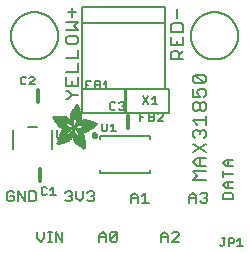
<source format=gbr>
G04 EAGLE Gerber RS-274X export*
G75*
%MOMM*%
%FSLAX34Y34*%
%LPD*%
%INSilkscreen Top*%
%IPPOS*%
%AMOC8*
5,1,8,0,0,1.08239X$1,22.5*%
G01*
%ADD10C,0.203200*%
%ADD11C,0.152400*%
%ADD12C,0.127000*%
%ADD13C,0.300000*%
%ADD14C,0.304800*%
%ADD15R,0.050800X0.006300*%
%ADD16R,0.082600X0.006400*%
%ADD17R,0.120600X0.006300*%
%ADD18R,0.139700X0.006400*%
%ADD19R,0.158800X0.006300*%
%ADD20R,0.177800X0.006400*%
%ADD21R,0.196800X0.006300*%
%ADD22R,0.215900X0.006400*%
%ADD23R,0.228600X0.006300*%
%ADD24R,0.241300X0.006400*%
%ADD25R,0.254000X0.006300*%
%ADD26R,0.266700X0.006400*%
%ADD27R,0.279400X0.006300*%
%ADD28R,0.285700X0.006400*%
%ADD29R,0.298400X0.006300*%
%ADD30R,0.311200X0.006400*%
%ADD31R,0.317500X0.006300*%
%ADD32R,0.330200X0.006400*%
%ADD33R,0.336600X0.006300*%
%ADD34R,0.349200X0.006400*%
%ADD35R,0.361900X0.006300*%
%ADD36R,0.368300X0.006400*%
%ADD37R,0.381000X0.006300*%
%ADD38R,0.387300X0.006400*%
%ADD39R,0.393700X0.006300*%
%ADD40R,0.406400X0.006400*%
%ADD41R,0.412700X0.006300*%
%ADD42R,0.419100X0.006400*%
%ADD43R,0.431800X0.006300*%
%ADD44R,0.438100X0.006400*%
%ADD45R,0.450800X0.006300*%
%ADD46R,0.457200X0.006400*%
%ADD47R,0.463500X0.006300*%
%ADD48R,0.476200X0.006400*%
%ADD49R,0.482600X0.006300*%
%ADD50R,0.488900X0.006400*%
%ADD51R,0.501600X0.006300*%
%ADD52R,0.508000X0.006400*%
%ADD53R,0.514300X0.006300*%
%ADD54R,0.527000X0.006400*%
%ADD55R,0.533400X0.006300*%
%ADD56R,0.546100X0.006400*%
%ADD57R,0.552400X0.006300*%
%ADD58R,0.558800X0.006400*%
%ADD59R,0.571500X0.006300*%
%ADD60R,0.577800X0.006400*%
%ADD61R,0.584200X0.006300*%
%ADD62R,0.596900X0.006400*%
%ADD63R,0.603200X0.006300*%
%ADD64R,0.609600X0.006400*%
%ADD65R,0.622300X0.006300*%
%ADD66R,0.628600X0.006400*%
%ADD67R,0.641300X0.006300*%
%ADD68R,0.647700X0.006400*%
%ADD69R,0.063500X0.006300*%
%ADD70R,0.654000X0.006300*%
%ADD71R,0.101600X0.006400*%
%ADD72R,0.666700X0.006400*%
%ADD73R,0.139700X0.006300*%
%ADD74R,0.673100X0.006300*%
%ADD75R,0.165100X0.006400*%
%ADD76R,0.679400X0.006400*%
%ADD77R,0.196900X0.006300*%
%ADD78R,0.692100X0.006300*%
%ADD79R,0.222200X0.006400*%
%ADD80R,0.698500X0.006400*%
%ADD81R,0.247700X0.006300*%
%ADD82R,0.704800X0.006300*%
%ADD83R,0.279400X0.006400*%
%ADD84R,0.717500X0.006400*%
%ADD85R,0.298500X0.006300*%
%ADD86R,0.723900X0.006300*%
%ADD87R,0.736600X0.006400*%
%ADD88R,0.342900X0.006300*%
%ADD89R,0.742900X0.006300*%
%ADD90R,0.374700X0.006400*%
%ADD91R,0.749300X0.006400*%
%ADD92R,0.762000X0.006300*%
%ADD93R,0.412700X0.006400*%
%ADD94R,0.768300X0.006400*%
%ADD95R,0.438100X0.006300*%
%ADD96R,0.774700X0.006300*%
%ADD97R,0.463600X0.006400*%
%ADD98R,0.787400X0.006400*%
%ADD99R,0.793700X0.006300*%
%ADD100R,0.495300X0.006400*%
%ADD101R,0.800100X0.006400*%
%ADD102R,0.520700X0.006300*%
%ADD103R,0.812800X0.006300*%
%ADD104R,0.533400X0.006400*%
%ADD105R,0.819100X0.006400*%
%ADD106R,0.558800X0.006300*%
%ADD107R,0.825500X0.006300*%
%ADD108R,0.577900X0.006400*%
%ADD109R,0.831800X0.006400*%
%ADD110R,0.596900X0.006300*%
%ADD111R,0.844500X0.006300*%
%ADD112R,0.616000X0.006400*%
%ADD113R,0.850900X0.006400*%
%ADD114R,0.635000X0.006300*%
%ADD115R,0.857200X0.006300*%
%ADD116R,0.654100X0.006400*%
%ADD117R,0.863600X0.006400*%
%ADD118R,0.666700X0.006300*%
%ADD119R,0.869900X0.006300*%
%ADD120R,0.685800X0.006400*%
%ADD121R,0.876300X0.006400*%
%ADD122R,0.882600X0.006300*%
%ADD123R,0.723900X0.006400*%
%ADD124R,0.889000X0.006400*%
%ADD125R,0.895300X0.006300*%
%ADD126R,0.755700X0.006400*%
%ADD127R,0.901700X0.006400*%
%ADD128R,0.908000X0.006300*%
%ADD129R,0.793800X0.006400*%
%ADD130R,0.914400X0.006400*%
%ADD131R,0.806400X0.006300*%
%ADD132R,0.920700X0.006300*%
%ADD133R,0.825500X0.006400*%
%ADD134R,0.927100X0.006400*%
%ADD135R,0.933400X0.006300*%
%ADD136R,0.857300X0.006400*%
%ADD137R,0.939800X0.006400*%
%ADD138R,0.870000X0.006300*%
%ADD139R,0.939800X0.006300*%
%ADD140R,0.946100X0.006400*%
%ADD141R,0.952500X0.006300*%
%ADD142R,0.908000X0.006400*%
%ADD143R,0.958800X0.006400*%
%ADD144R,0.965200X0.006300*%
%ADD145R,0.965200X0.006400*%
%ADD146R,0.971500X0.006300*%
%ADD147R,0.952500X0.006400*%
%ADD148R,0.977900X0.006400*%
%ADD149R,0.958800X0.006300*%
%ADD150R,0.984200X0.006300*%
%ADD151R,0.971500X0.006400*%
%ADD152R,0.984200X0.006400*%
%ADD153R,0.990600X0.006300*%
%ADD154R,0.984300X0.006400*%
%ADD155R,0.996900X0.006400*%
%ADD156R,0.997000X0.006300*%
%ADD157R,0.996900X0.006300*%
%ADD158R,1.003300X0.006400*%
%ADD159R,1.016000X0.006300*%
%ADD160R,1.009600X0.006300*%
%ADD161R,1.016000X0.006400*%
%ADD162R,1.009600X0.006400*%
%ADD163R,1.022300X0.006300*%
%ADD164R,1.028700X0.006400*%
%ADD165R,1.035100X0.006300*%
%ADD166R,1.047800X0.006400*%
%ADD167R,1.054100X0.006300*%
%ADD168R,1.028700X0.006300*%
%ADD169R,1.054100X0.006400*%
%ADD170R,1.035000X0.006400*%
%ADD171R,1.060400X0.006300*%
%ADD172R,1.035000X0.006300*%
%ADD173R,1.060500X0.006400*%
%ADD174R,1.041400X0.006400*%
%ADD175R,1.066800X0.006300*%
%ADD176R,1.041400X0.006300*%
%ADD177R,1.079500X0.006400*%
%ADD178R,1.047700X0.006400*%
%ADD179R,1.085900X0.006300*%
%ADD180R,1.047700X0.006300*%
%ADD181R,1.085800X0.006400*%
%ADD182R,1.092200X0.006300*%
%ADD183R,1.085900X0.006400*%
%ADD184R,1.098600X0.006300*%
%ADD185R,1.098600X0.006400*%
%ADD186R,1.060400X0.006400*%
%ADD187R,1.104900X0.006300*%
%ADD188R,1.104900X0.006400*%
%ADD189R,1.066800X0.006400*%
%ADD190R,1.111200X0.006300*%
%ADD191R,1.117600X0.006400*%
%ADD192R,1.117600X0.006300*%
%ADD193R,1.073100X0.006300*%
%ADD194R,1.073100X0.006400*%
%ADD195R,1.124000X0.006300*%
%ADD196R,1.079500X0.006300*%
%ADD197R,1.123900X0.006400*%
%ADD198R,1.130300X0.006300*%
%ADD199R,1.130300X0.006400*%
%ADD200R,1.136700X0.006400*%
%ADD201R,1.136700X0.006300*%
%ADD202R,1.085800X0.006300*%
%ADD203R,1.136600X0.006400*%
%ADD204R,1.136600X0.006300*%
%ADD205R,1.143000X0.006400*%
%ADD206R,1.143000X0.006300*%
%ADD207R,1.149400X0.006300*%
%ADD208R,1.149300X0.006300*%
%ADD209R,1.149300X0.006400*%
%ADD210R,1.149400X0.006400*%
%ADD211R,1.155700X0.006400*%
%ADD212R,1.155700X0.006300*%
%ADD213R,1.060500X0.006300*%
%ADD214R,2.197100X0.006400*%
%ADD215R,2.197100X0.006300*%
%ADD216R,2.184400X0.006300*%
%ADD217R,2.184400X0.006400*%
%ADD218R,2.171700X0.006400*%
%ADD219R,2.171700X0.006300*%
%ADD220R,1.530300X0.006400*%
%ADD221R,1.505000X0.006300*%
%ADD222R,1.492300X0.006400*%
%ADD223R,1.485900X0.006300*%
%ADD224R,0.565200X0.006300*%
%ADD225R,1.473200X0.006400*%
%ADD226R,0.565200X0.006400*%
%ADD227R,1.460500X0.006300*%
%ADD228R,1.454100X0.006400*%
%ADD229R,0.552400X0.006400*%
%ADD230R,1.441500X0.006300*%
%ADD231R,0.546100X0.006300*%
%ADD232R,1.435100X0.006400*%
%ADD233R,0.539800X0.006400*%
%ADD234R,1.428800X0.006300*%
%ADD235R,1.422400X0.006400*%
%ADD236R,1.409700X0.006300*%
%ADD237R,0.527100X0.006300*%
%ADD238R,1.403300X0.006400*%
%ADD239R,0.527100X0.006400*%
%ADD240R,1.390700X0.006300*%
%ADD241R,1.384300X0.006400*%
%ADD242R,0.520700X0.006400*%
%ADD243R,1.384300X0.006300*%
%ADD244R,0.514400X0.006300*%
%ADD245R,1.371600X0.006400*%
%ADD246R,1.365200X0.006300*%
%ADD247R,0.508000X0.006300*%
%ADD248R,1.352600X0.006400*%
%ADD249R,0.501700X0.006400*%
%ADD250R,0.711200X0.006300*%
%ADD251R,0.603300X0.006300*%
%ADD252R,0.501700X0.006300*%
%ADD253R,0.692100X0.006400*%
%ADD254R,0.571500X0.006400*%
%ADD255R,0.679400X0.006300*%
%ADD256R,0.495300X0.006300*%
%ADD257R,0.673100X0.006400*%
%ADD258R,0.666800X0.006300*%
%ADD259R,0.488900X0.006300*%
%ADD260R,0.660400X0.006400*%
%ADD261R,0.482600X0.006400*%
%ADD262R,0.476200X0.006300*%
%ADD263R,0.654000X0.006400*%
%ADD264R,0.469900X0.006400*%
%ADD265R,0.476300X0.006400*%
%ADD266R,0.647700X0.006300*%
%ADD267R,0.457200X0.006300*%
%ADD268R,0.469900X0.006300*%
%ADD269R,0.641300X0.006400*%
%ADD270R,0.444500X0.006400*%
%ADD271R,0.463600X0.006300*%
%ADD272R,0.635000X0.006400*%
%ADD273R,0.463500X0.006400*%
%ADD274R,0.393700X0.006400*%
%ADD275R,0.450800X0.006400*%
%ADD276R,0.628600X0.006300*%
%ADD277R,0.387400X0.006300*%
%ADD278R,0.450900X0.006300*%
%ADD279R,0.628700X0.006400*%
%ADD280R,0.374600X0.006400*%
%ADD281R,0.368300X0.006300*%
%ADD282R,0.438200X0.006300*%
%ADD283R,0.622300X0.006400*%
%ADD284R,0.355600X0.006400*%
%ADD285R,0.431800X0.006400*%
%ADD286R,0.349300X0.006300*%
%ADD287R,0.425400X0.006300*%
%ADD288R,0.615900X0.006300*%
%ADD289R,0.330200X0.006300*%
%ADD290R,0.419100X0.006300*%
%ADD291R,0.616000X0.006300*%
%ADD292R,0.311200X0.006300*%
%ADD293R,0.406400X0.006300*%
%ADD294R,0.615900X0.006400*%
%ADD295R,0.304800X0.006400*%
%ADD296R,0.158800X0.006400*%
%ADD297R,0.609600X0.006300*%
%ADD298R,0.292100X0.006300*%
%ADD299R,0.235000X0.006300*%
%ADD300R,0.387400X0.006400*%
%ADD301R,0.292100X0.006400*%
%ADD302R,0.336500X0.006300*%
%ADD303R,0.260400X0.006300*%
%ADD304R,0.603300X0.006400*%
%ADD305R,0.260400X0.006400*%
%ADD306R,0.362000X0.006400*%
%ADD307R,0.450900X0.006400*%
%ADD308R,0.355600X0.006300*%
%ADD309R,0.342900X0.006400*%
%ADD310R,0.514300X0.006400*%
%ADD311R,0.234900X0.006300*%
%ADD312R,0.539700X0.006300*%
%ADD313R,0.603200X0.006400*%
%ADD314R,0.234900X0.006400*%
%ADD315R,0.920700X0.006400*%
%ADD316R,0.958900X0.006400*%
%ADD317R,0.215900X0.006300*%
%ADD318R,0.209600X0.006400*%
%ADD319R,0.203200X0.006300*%
%ADD320R,1.003300X0.006300*%
%ADD321R,0.203200X0.006400*%
%ADD322R,0.196900X0.006400*%
%ADD323R,0.190500X0.006300*%
%ADD324R,0.190500X0.006400*%
%ADD325R,0.184200X0.006300*%
%ADD326R,0.590500X0.006400*%
%ADD327R,0.184200X0.006400*%
%ADD328R,0.590500X0.006300*%
%ADD329R,0.177800X0.006300*%
%ADD330R,0.584200X0.006400*%
%ADD331R,1.168400X0.006400*%
%ADD332R,0.171500X0.006300*%
%ADD333R,1.187500X0.006300*%
%ADD334R,1.200100X0.006400*%
%ADD335R,0.577800X0.006300*%
%ADD336R,1.212900X0.006300*%
%ADD337R,1.231900X0.006400*%
%ADD338R,1.250900X0.006300*%
%ADD339R,0.565100X0.006400*%
%ADD340R,0.184100X0.006400*%
%ADD341R,1.263700X0.006400*%
%ADD342R,0.565100X0.006300*%
%ADD343R,1.289100X0.006300*%
%ADD344R,1.314400X0.006400*%
%ADD345R,0.552500X0.006300*%
%ADD346R,1.568500X0.006300*%
%ADD347R,0.552500X0.006400*%
%ADD348R,1.581200X0.006400*%
%ADD349R,1.593800X0.006300*%
%ADD350R,1.606500X0.006400*%
%ADD351R,1.619300X0.006300*%
%ADD352R,0.514400X0.006400*%
%ADD353R,1.638300X0.006400*%
%ADD354R,1.657300X0.006300*%
%ADD355R,2.209800X0.006400*%
%ADD356R,2.425700X0.006300*%
%ADD357R,2.470100X0.006400*%
%ADD358R,2.501900X0.006300*%
%ADD359R,2.533700X0.006400*%
%ADD360R,2.559000X0.006300*%
%ADD361R,2.584500X0.006400*%
%ADD362R,2.609900X0.006300*%
%ADD363R,2.628900X0.006400*%
%ADD364R,2.660600X0.006300*%
%ADD365R,2.673400X0.006400*%
%ADD366R,1.422400X0.006300*%
%ADD367R,1.200200X0.006300*%
%ADD368R,1.365300X0.006300*%
%ADD369R,1.365300X0.006400*%
%ADD370R,1.352500X0.006300*%
%ADD371R,1.098500X0.006300*%
%ADD372R,1.358900X0.006400*%
%ADD373R,1.352600X0.006300*%
%ADD374R,1.358900X0.006300*%
%ADD375R,1.371600X0.006300*%
%ADD376R,1.377900X0.006400*%
%ADD377R,1.397000X0.006400*%
%ADD378R,1.403300X0.006300*%
%ADD379R,0.914400X0.006300*%
%ADD380R,0.876300X0.006300*%
%ADD381R,0.374600X0.006300*%
%ADD382R,1.073200X0.006400*%
%ADD383R,0.374700X0.006300*%
%ADD384R,0.844600X0.006400*%
%ADD385R,0.844600X0.006300*%
%ADD386R,0.831900X0.006400*%
%ADD387R,1.092200X0.006400*%
%ADD388R,0.400000X0.006300*%
%ADD389R,0.819200X0.006400*%
%ADD390R,1.111300X0.006400*%
%ADD391R,0.812800X0.006400*%
%ADD392R,0.800100X0.006300*%
%ADD393R,0.476300X0.006300*%
%ADD394R,1.181100X0.006300*%
%ADD395R,0.501600X0.006400*%
%ADD396R,1.193800X0.006400*%
%ADD397R,0.781000X0.006400*%
%ADD398R,1.238200X0.006400*%
%ADD399R,0.781100X0.006300*%
%ADD400R,1.257300X0.006300*%
%ADD401R,1.295400X0.006400*%
%ADD402R,1.333500X0.006300*%
%ADD403R,0.774700X0.006400*%
%ADD404R,1.866900X0.006400*%
%ADD405R,0.209600X0.006300*%
%ADD406R,1.866900X0.006300*%
%ADD407R,0.768400X0.006400*%
%ADD408R,0.209500X0.006400*%
%ADD409R,1.860600X0.006400*%
%ADD410R,0.762000X0.006400*%
%ADD411R,0.768400X0.006300*%
%ADD412R,1.860600X0.006300*%
%ADD413R,1.860500X0.006400*%
%ADD414R,0.222300X0.006300*%
%ADD415R,1.854200X0.006300*%
%ADD416R,0.235000X0.006400*%
%ADD417R,1.854200X0.006400*%
%ADD418R,0.768300X0.006300*%
%ADD419R,0.260300X0.006400*%
%ADD420R,1.847800X0.006400*%
%ADD421R,0.266700X0.006300*%
%ADD422R,1.847800X0.006300*%
%ADD423R,0.273100X0.006400*%
%ADD424R,1.841500X0.006400*%
%ADD425R,0.285800X0.006300*%
%ADD426R,1.841500X0.006300*%
%ADD427R,0.298500X0.006400*%
%ADD428R,1.835100X0.006400*%
%ADD429R,0.781000X0.006300*%
%ADD430R,0.304800X0.006300*%
%ADD431R,1.835100X0.006300*%
%ADD432R,0.317500X0.006400*%
%ADD433R,1.828800X0.006400*%
%ADD434R,0.787400X0.006300*%
%ADD435R,0.323800X0.006300*%
%ADD436R,1.828800X0.006300*%
%ADD437R,0.793700X0.006400*%
%ADD438R,1.822400X0.006400*%
%ADD439R,0.806500X0.006300*%
%ADD440R,1.822400X0.006300*%
%ADD441R,1.816100X0.006400*%
%ADD442R,0.819100X0.006300*%
%ADD443R,0.387300X0.006300*%
%ADD444R,1.816100X0.006300*%
%ADD445R,1.809800X0.006400*%
%ADD446R,1.803400X0.006300*%
%ADD447R,1.797000X0.006400*%
%ADD448R,0.901700X0.006300*%
%ADD449R,1.797000X0.006300*%
%ADD450R,1.441400X0.006400*%
%ADD451R,1.790700X0.006400*%
%ADD452R,1.447800X0.006300*%
%ADD453R,1.784300X0.006300*%
%ADD454R,1.447800X0.006400*%
%ADD455R,1.784300X0.006400*%
%ADD456R,1.454100X0.006300*%
%ADD457R,1.771700X0.006300*%
%ADD458R,1.460500X0.006400*%
%ADD459R,1.759000X0.006400*%
%ADD460R,1.466800X0.006300*%
%ADD461R,1.752600X0.006300*%
%ADD462R,1.466800X0.006400*%
%ADD463R,1.739900X0.006400*%
%ADD464R,1.473200X0.006300*%
%ADD465R,1.727200X0.006300*%
%ADD466R,1.479500X0.006400*%
%ADD467R,1.714500X0.006400*%
%ADD468R,1.695400X0.006300*%
%ADD469R,1.485900X0.006400*%
%ADD470R,1.682700X0.006400*%
%ADD471R,1.492200X0.006300*%
%ADD472R,1.663700X0.006300*%
%ADD473R,1.498600X0.006400*%
%ADD474R,1.644600X0.006400*%
%ADD475R,1.498600X0.006300*%
%ADD476R,1.619200X0.006300*%
%ADD477R,1.511300X0.006400*%
%ADD478R,1.600200X0.006400*%
%ADD479R,1.517700X0.006300*%
%ADD480R,1.574800X0.006300*%
%ADD481R,1.524000X0.006400*%
%ADD482R,1.555800X0.006400*%
%ADD483R,1.524000X0.006300*%
%ADD484R,1.536700X0.006300*%
%ADD485R,1.530400X0.006400*%
%ADD486R,1.517700X0.006400*%
%ADD487R,1.492300X0.006300*%
%ADD488R,1.549400X0.006400*%
%ADD489R,1.479600X0.006400*%
%ADD490R,1.549400X0.006300*%
%ADD491R,1.555700X0.006400*%
%ADD492R,1.562100X0.006300*%
%ADD493R,0.323900X0.006300*%
%ADD494R,1.568400X0.006400*%
%ADD495R,0.336600X0.006400*%
%ADD496R,1.587500X0.006300*%
%ADD497R,0.971600X0.006300*%
%ADD498R,0.349300X0.006400*%
%ADD499R,1.600200X0.006300*%
%ADD500R,0.920800X0.006300*%
%ADD501R,0.882700X0.006400*%
%ADD502R,1.612900X0.006300*%
%ADD503R,0.362000X0.006300*%
%ADD504R,1.625600X0.006400*%
%ADD505R,1.625600X0.006300*%
%ADD506R,1.644600X0.006300*%
%ADD507R,0.736600X0.006300*%
%ADD508R,0.717600X0.006400*%
%ADD509R,1.657400X0.006300*%
%ADD510R,0.679500X0.006300*%
%ADD511R,1.663700X0.006400*%
%ADD512R,0.400000X0.006400*%
%ADD513R,1.676400X0.006300*%
%ADD514R,1.676400X0.006400*%
%ADD515R,0.425500X0.006400*%
%ADD516R,1.352500X0.006400*%
%ADD517R,0.444500X0.006300*%
%ADD518R,0.361900X0.006400*%
%ADD519R,0.088900X0.006300*%
%ADD520R,1.009700X0.006300*%
%ADD521R,1.009700X0.006400*%
%ADD522R,1.022300X0.006400*%
%ADD523R,1.346200X0.006400*%
%ADD524R,1.346200X0.006300*%
%ADD525R,1.339900X0.006400*%
%ADD526R,1.035100X0.006400*%
%ADD527R,1.339800X0.006300*%
%ADD528R,1.333500X0.006400*%
%ADD529R,1.327200X0.006400*%
%ADD530R,1.320800X0.006300*%
%ADD531R,1.314500X0.006400*%
%ADD532R,1.314400X0.006300*%
%ADD533R,1.301700X0.006400*%
%ADD534R,1.295400X0.006300*%
%ADD535R,1.289000X0.006400*%
%ADD536R,1.276300X0.006300*%
%ADD537R,1.251000X0.006300*%
%ADD538R,1.244600X0.006400*%
%ADD539R,1.231900X0.006300*%
%ADD540R,1.212800X0.006400*%
%ADD541R,1.200100X0.006300*%
%ADD542R,1.187400X0.006400*%
%ADD543R,1.168400X0.006300*%
%ADD544R,1.047800X0.006300*%
%ADD545R,0.977900X0.006300*%
%ADD546R,0.946200X0.006400*%
%ADD547R,0.933400X0.006400*%
%ADD548R,0.895300X0.006400*%
%ADD549R,0.882700X0.006300*%
%ADD550R,0.863600X0.006300*%
%ADD551R,0.857200X0.006400*%
%ADD552R,0.850900X0.006300*%
%ADD553R,0.838200X0.006300*%
%ADD554R,0.806500X0.006400*%
%ADD555R,0.717600X0.006300*%
%ADD556R,0.711200X0.006400*%
%ADD557R,0.641400X0.006400*%
%ADD558R,0.641400X0.006300*%
%ADD559R,0.628700X0.006300*%
%ADD560R,0.590600X0.006300*%
%ADD561R,0.539700X0.006400*%
%ADD562R,0.285700X0.006300*%
%ADD563R,0.222200X0.006300*%
%ADD564R,0.171400X0.006300*%
%ADD565R,0.152400X0.006400*%
%ADD566R,0.133400X0.006300*%


D10*
X151384Y157968D02*
X140707Y157968D01*
X140707Y163307D01*
X142486Y165086D01*
X146045Y165086D01*
X147825Y163307D01*
X147825Y157968D01*
X147825Y161527D02*
X151384Y165086D01*
X140707Y169662D02*
X140707Y176780D01*
X140707Y169662D02*
X151384Y169662D01*
X151384Y176780D01*
X146045Y173221D02*
X146045Y169662D01*
X140707Y181356D02*
X151384Y181356D01*
X151384Y186695D01*
X149605Y188474D01*
X142486Y188474D01*
X140707Y186695D01*
X140707Y181356D01*
X146045Y193050D02*
X146045Y200168D01*
X53586Y123917D02*
X51807Y123917D01*
X53586Y123917D02*
X57145Y127476D01*
X53586Y131035D01*
X51807Y131035D01*
X57145Y127476D02*
X62484Y127476D01*
X51807Y135611D02*
X51807Y142729D01*
X51807Y135611D02*
X62484Y135611D01*
X62484Y142729D01*
X57145Y139170D02*
X57145Y135611D01*
X51807Y147305D02*
X62484Y147305D01*
X62484Y154423D01*
X62484Y158999D02*
X51807Y158999D01*
X62484Y158999D02*
X62484Y166117D01*
X51807Y172472D02*
X51807Y176031D01*
X51807Y172472D02*
X53586Y170693D01*
X60705Y170693D01*
X62484Y172472D01*
X62484Y176031D01*
X60705Y177811D01*
X53586Y177811D01*
X51807Y176031D01*
X51807Y182387D02*
X62484Y182387D01*
X58925Y185946D01*
X62484Y189505D01*
X51807Y189505D01*
X57145Y194081D02*
X57145Y201199D01*
X53586Y197640D02*
X60705Y197640D01*
D11*
X184905Y39202D02*
X193548Y39202D01*
X193548Y43523D01*
X192107Y44964D01*
X186345Y44964D01*
X184905Y43523D01*
X184905Y39202D01*
X187786Y48557D02*
X193548Y48557D01*
X187786Y48557D02*
X184905Y51438D01*
X187786Y54319D01*
X193548Y54319D01*
X189226Y54319D02*
X189226Y48557D01*
X193548Y60793D02*
X184905Y60793D01*
X184905Y57912D02*
X184905Y63674D01*
X187786Y67267D02*
X193548Y67267D01*
X187786Y67267D02*
X184905Y70148D01*
X187786Y73029D01*
X193548Y73029D01*
X189226Y73029D02*
X189226Y67267D01*
X156507Y42084D02*
X156507Y36322D01*
X156507Y42084D02*
X159388Y44965D01*
X162269Y42084D01*
X162269Y36322D01*
X162269Y40644D02*
X156507Y40644D01*
X165862Y43525D02*
X167303Y44965D01*
X170184Y44965D01*
X171624Y43525D01*
X171624Y42084D01*
X170184Y40644D01*
X168743Y40644D01*
X170184Y40644D02*
X171624Y39203D01*
X171624Y37763D01*
X170184Y36322D01*
X167303Y36322D01*
X165862Y37763D01*
X132377Y9064D02*
X132377Y3302D01*
X132377Y9064D02*
X135258Y11945D01*
X138139Y9064D01*
X138139Y3302D01*
X138139Y7624D02*
X132377Y7624D01*
X141732Y3302D02*
X147494Y3302D01*
X141732Y3302D02*
X147494Y9064D01*
X147494Y10505D01*
X146054Y11945D01*
X143173Y11945D01*
X141732Y10505D01*
X106977Y36322D02*
X106977Y42084D01*
X109858Y44965D01*
X112739Y42084D01*
X112739Y36322D01*
X112739Y40644D02*
X106977Y40644D01*
X116332Y42084D02*
X119213Y44965D01*
X119213Y36322D01*
X116332Y36322D02*
X122094Y36322D01*
X80307Y9064D02*
X80307Y3302D01*
X80307Y9064D02*
X83188Y11945D01*
X86069Y9064D01*
X86069Y3302D01*
X86069Y7624D02*
X80307Y7624D01*
X89662Y4743D02*
X89662Y10505D01*
X91103Y11945D01*
X93984Y11945D01*
X95424Y10505D01*
X95424Y4743D01*
X93984Y3302D01*
X91103Y3302D01*
X89662Y4743D01*
X95424Y10505D01*
X52940Y46235D02*
X51499Y44795D01*
X52940Y46235D02*
X55821Y46235D01*
X57261Y44795D01*
X57261Y43354D01*
X55821Y41914D01*
X54380Y41914D01*
X55821Y41914D02*
X57261Y40473D01*
X57261Y39033D01*
X55821Y37592D01*
X52940Y37592D01*
X51499Y39033D01*
X60854Y40473D02*
X60854Y46235D01*
X60854Y40473D02*
X63736Y37592D01*
X66617Y40473D01*
X66617Y46235D01*
X70210Y44795D02*
X71650Y46235D01*
X74531Y46235D01*
X75972Y44795D01*
X75972Y43354D01*
X74531Y41914D01*
X73091Y41914D01*
X74531Y41914D02*
X75972Y40473D01*
X75972Y39033D01*
X74531Y37592D01*
X71650Y37592D01*
X70210Y39033D01*
X27658Y11945D02*
X27658Y6183D01*
X30540Y3302D01*
X33421Y6183D01*
X33421Y11945D01*
X37014Y3302D02*
X39895Y3302D01*
X38454Y3302D02*
X38454Y11945D01*
X37014Y11945D02*
X39895Y11945D01*
X43250Y11945D02*
X43250Y3302D01*
X49013Y3302D02*
X43250Y11945D01*
X49013Y11945D02*
X49013Y3302D01*
X7731Y44795D02*
X6291Y46235D01*
X3410Y46235D01*
X1969Y44795D01*
X1969Y39033D01*
X3410Y37592D01*
X6291Y37592D01*
X7731Y39033D01*
X7731Y41914D01*
X4850Y41914D01*
X11324Y46235D02*
X11324Y37592D01*
X17087Y37592D02*
X11324Y46235D01*
X17087Y46235D02*
X17087Y37592D01*
X20680Y37592D02*
X20680Y46235D01*
X20680Y37592D02*
X25001Y37592D01*
X26442Y39033D01*
X26442Y44795D01*
X25001Y46235D01*
X20680Y46235D01*
D10*
X159757Y55840D02*
X170434Y55840D01*
X163316Y59399D02*
X159757Y55840D01*
X163316Y59399D02*
X159757Y62958D01*
X170434Y62958D01*
X170434Y67534D02*
X163316Y67534D01*
X159757Y71093D01*
X163316Y74652D01*
X170434Y74652D01*
X165095Y74652D02*
X165095Y67534D01*
X159757Y79228D02*
X170434Y86346D01*
X170434Y79228D02*
X159757Y86346D01*
X161536Y90922D02*
X159757Y92701D01*
X159757Y96261D01*
X161536Y98040D01*
X163316Y98040D01*
X165095Y96261D01*
X165095Y94481D01*
X165095Y96261D02*
X166875Y98040D01*
X168655Y98040D01*
X170434Y96261D01*
X170434Y92701D01*
X168655Y90922D01*
X163316Y102616D02*
X159757Y106175D01*
X170434Y106175D01*
X170434Y102616D02*
X170434Y109734D01*
X161536Y114310D02*
X159757Y116089D01*
X159757Y119648D01*
X161536Y121428D01*
X163316Y121428D01*
X165095Y119648D01*
X166875Y121428D01*
X168655Y121428D01*
X170434Y119648D01*
X170434Y116089D01*
X168655Y114310D01*
X166875Y114310D01*
X165095Y116089D01*
X163316Y114310D01*
X161536Y114310D01*
X165095Y116089D02*
X165095Y119648D01*
X159757Y126004D02*
X159757Y133122D01*
X159757Y126004D02*
X165095Y126004D01*
X163316Y129563D01*
X163316Y131342D01*
X165095Y133122D01*
X168655Y133122D01*
X170434Y131342D01*
X170434Y127783D01*
X168655Y126004D01*
X168655Y137698D02*
X161536Y137698D01*
X159757Y139477D01*
X159757Y143036D01*
X161536Y144816D01*
X168655Y144816D01*
X170434Y143036D01*
X170434Y139477D01*
X168655Y137698D01*
X161536Y144816D01*
D12*
X123060Y93300D02*
X123060Y90300D01*
X123060Y93300D02*
X81060Y93300D01*
X81060Y90300D01*
X81060Y64300D02*
X81060Y61300D01*
X123060Y61300D01*
X123060Y64300D01*
D13*
X75560Y93300D02*
X75562Y93363D01*
X75568Y93425D01*
X75578Y93487D01*
X75591Y93549D01*
X75609Y93609D01*
X75630Y93668D01*
X75655Y93726D01*
X75684Y93782D01*
X75716Y93836D01*
X75751Y93888D01*
X75789Y93937D01*
X75831Y93985D01*
X75875Y94029D01*
X75923Y94071D01*
X75972Y94109D01*
X76024Y94144D01*
X76078Y94176D01*
X76134Y94205D01*
X76192Y94230D01*
X76251Y94251D01*
X76311Y94269D01*
X76373Y94282D01*
X76435Y94292D01*
X76497Y94298D01*
X76560Y94300D01*
X76623Y94298D01*
X76685Y94292D01*
X76747Y94282D01*
X76809Y94269D01*
X76869Y94251D01*
X76928Y94230D01*
X76986Y94205D01*
X77042Y94176D01*
X77096Y94144D01*
X77148Y94109D01*
X77197Y94071D01*
X77245Y94029D01*
X77289Y93985D01*
X77331Y93937D01*
X77369Y93888D01*
X77404Y93836D01*
X77436Y93782D01*
X77465Y93726D01*
X77490Y93668D01*
X77511Y93609D01*
X77529Y93549D01*
X77542Y93487D01*
X77552Y93425D01*
X77558Y93363D01*
X77560Y93300D01*
X77558Y93237D01*
X77552Y93175D01*
X77542Y93113D01*
X77529Y93051D01*
X77511Y92991D01*
X77490Y92932D01*
X77465Y92874D01*
X77436Y92818D01*
X77404Y92764D01*
X77369Y92712D01*
X77331Y92663D01*
X77289Y92615D01*
X77245Y92571D01*
X77197Y92529D01*
X77148Y92491D01*
X77096Y92456D01*
X77042Y92424D01*
X76986Y92395D01*
X76928Y92370D01*
X76869Y92349D01*
X76809Y92331D01*
X76747Y92318D01*
X76685Y92308D01*
X76623Y92302D01*
X76560Y92300D01*
X76497Y92302D01*
X76435Y92308D01*
X76373Y92318D01*
X76311Y92331D01*
X76251Y92349D01*
X76192Y92370D01*
X76134Y92395D01*
X76078Y92424D01*
X76024Y92456D01*
X75972Y92491D01*
X75923Y92529D01*
X75875Y92571D01*
X75831Y92615D01*
X75789Y92663D01*
X75751Y92712D01*
X75716Y92764D01*
X75684Y92818D01*
X75655Y92874D01*
X75630Y92932D01*
X75609Y92991D01*
X75591Y93051D01*
X75578Y93113D01*
X75568Y93175D01*
X75562Y93237D01*
X75560Y93300D01*
D11*
X82392Y97864D02*
X82392Y103372D01*
X82392Y97864D02*
X83494Y96762D01*
X85697Y96762D01*
X86798Y97864D01*
X86798Y103372D01*
X89876Y101168D02*
X92079Y103372D01*
X92079Y96762D01*
X89876Y96762D02*
X94283Y96762D01*
D10*
X135600Y132370D02*
X135600Y188370D01*
X135600Y202370D01*
X65600Y202370D01*
X65600Y188370D01*
X65600Y132370D01*
X135600Y132370D01*
X135600Y188370D02*
X65600Y188370D01*
D11*
X117394Y126714D02*
X121800Y120104D01*
X117394Y120104D02*
X121800Y126714D01*
X124878Y124510D02*
X127081Y126714D01*
X127081Y120104D01*
X124878Y120104D02*
X129284Y120104D01*
D10*
X7160Y98340D02*
X7160Y82340D01*
X40160Y82340D02*
X40160Y98340D01*
X27660Y100840D02*
X19660Y100840D01*
D11*
X44202Y97712D02*
X44202Y92204D01*
X45304Y91102D01*
X47507Y91102D01*
X48608Y92204D01*
X48608Y97712D01*
X51686Y91102D02*
X56093Y91102D01*
X56093Y95508D02*
X51686Y91102D01*
X56093Y95508D02*
X56093Y96610D01*
X54991Y97712D01*
X52788Y97712D01*
X51686Y96610D01*
D14*
X29680Y65080D02*
X29680Y54920D01*
D11*
X34654Y49719D02*
X35755Y48617D01*
X34654Y49719D02*
X32450Y49719D01*
X31349Y48617D01*
X31349Y44211D01*
X32450Y43109D01*
X34654Y43109D01*
X35755Y44211D01*
X38833Y47515D02*
X41036Y49719D01*
X41036Y43109D01*
X38833Y43109D02*
X43239Y43109D01*
D14*
X28740Y121300D02*
X28740Y131460D01*
D11*
X18033Y142175D02*
X16932Y143277D01*
X14729Y143277D01*
X13627Y142175D01*
X13627Y137769D01*
X14729Y136667D01*
X16932Y136667D01*
X18033Y137769D01*
X21111Y136667D02*
X25518Y136667D01*
X25518Y141073D02*
X21111Y136667D01*
X25518Y141073D02*
X25518Y142175D01*
X24416Y143277D01*
X22213Y143277D01*
X21111Y142175D01*
D10*
X157800Y177800D02*
X157806Y178291D01*
X157824Y178781D01*
X157854Y179271D01*
X157896Y179760D01*
X157950Y180248D01*
X158016Y180735D01*
X158094Y181219D01*
X158184Y181702D01*
X158286Y182182D01*
X158399Y182660D01*
X158524Y183134D01*
X158661Y183606D01*
X158809Y184074D01*
X158969Y184538D01*
X159140Y184998D01*
X159322Y185454D01*
X159516Y185905D01*
X159720Y186351D01*
X159936Y186792D01*
X160162Y187228D01*
X160398Y187658D01*
X160645Y188082D01*
X160903Y188500D01*
X161171Y188911D01*
X161448Y189316D01*
X161736Y189714D01*
X162033Y190105D01*
X162340Y190488D01*
X162656Y190863D01*
X162981Y191231D01*
X163315Y191591D01*
X163658Y191942D01*
X164009Y192285D01*
X164369Y192619D01*
X164737Y192944D01*
X165112Y193260D01*
X165495Y193567D01*
X165886Y193864D01*
X166284Y194152D01*
X166689Y194429D01*
X167100Y194697D01*
X167518Y194955D01*
X167942Y195202D01*
X168372Y195438D01*
X168808Y195664D01*
X169249Y195880D01*
X169695Y196084D01*
X170146Y196278D01*
X170602Y196460D01*
X171062Y196631D01*
X171526Y196791D01*
X171994Y196939D01*
X172466Y197076D01*
X172940Y197201D01*
X173418Y197314D01*
X173898Y197416D01*
X174381Y197506D01*
X174865Y197584D01*
X175352Y197650D01*
X175840Y197704D01*
X176329Y197746D01*
X176819Y197776D01*
X177309Y197794D01*
X177800Y197800D01*
X178291Y197794D01*
X178781Y197776D01*
X179271Y197746D01*
X179760Y197704D01*
X180248Y197650D01*
X180735Y197584D01*
X181219Y197506D01*
X181702Y197416D01*
X182182Y197314D01*
X182660Y197201D01*
X183134Y197076D01*
X183606Y196939D01*
X184074Y196791D01*
X184538Y196631D01*
X184998Y196460D01*
X185454Y196278D01*
X185905Y196084D01*
X186351Y195880D01*
X186792Y195664D01*
X187228Y195438D01*
X187658Y195202D01*
X188082Y194955D01*
X188500Y194697D01*
X188911Y194429D01*
X189316Y194152D01*
X189714Y193864D01*
X190105Y193567D01*
X190488Y193260D01*
X190863Y192944D01*
X191231Y192619D01*
X191591Y192285D01*
X191942Y191942D01*
X192285Y191591D01*
X192619Y191231D01*
X192944Y190863D01*
X193260Y190488D01*
X193567Y190105D01*
X193864Y189714D01*
X194152Y189316D01*
X194429Y188911D01*
X194697Y188500D01*
X194955Y188082D01*
X195202Y187658D01*
X195438Y187228D01*
X195664Y186792D01*
X195880Y186351D01*
X196084Y185905D01*
X196278Y185454D01*
X196460Y184998D01*
X196631Y184538D01*
X196791Y184074D01*
X196939Y183606D01*
X197076Y183134D01*
X197201Y182660D01*
X197314Y182182D01*
X197416Y181702D01*
X197506Y181219D01*
X197584Y180735D01*
X197650Y180248D01*
X197704Y179760D01*
X197746Y179271D01*
X197776Y178781D01*
X197794Y178291D01*
X197800Y177800D01*
X197794Y177309D01*
X197776Y176819D01*
X197746Y176329D01*
X197704Y175840D01*
X197650Y175352D01*
X197584Y174865D01*
X197506Y174381D01*
X197416Y173898D01*
X197314Y173418D01*
X197201Y172940D01*
X197076Y172466D01*
X196939Y171994D01*
X196791Y171526D01*
X196631Y171062D01*
X196460Y170602D01*
X196278Y170146D01*
X196084Y169695D01*
X195880Y169249D01*
X195664Y168808D01*
X195438Y168372D01*
X195202Y167942D01*
X194955Y167518D01*
X194697Y167100D01*
X194429Y166689D01*
X194152Y166284D01*
X193864Y165886D01*
X193567Y165495D01*
X193260Y165112D01*
X192944Y164737D01*
X192619Y164369D01*
X192285Y164009D01*
X191942Y163658D01*
X191591Y163315D01*
X191231Y162981D01*
X190863Y162656D01*
X190488Y162340D01*
X190105Y162033D01*
X189714Y161736D01*
X189316Y161448D01*
X188911Y161171D01*
X188500Y160903D01*
X188082Y160645D01*
X187658Y160398D01*
X187228Y160162D01*
X186792Y159936D01*
X186351Y159720D01*
X185905Y159516D01*
X185454Y159322D01*
X184998Y159140D01*
X184538Y158969D01*
X184074Y158809D01*
X183606Y158661D01*
X183134Y158524D01*
X182660Y158399D01*
X182182Y158286D01*
X181702Y158184D01*
X181219Y158094D01*
X180735Y158016D01*
X180248Y157950D01*
X179760Y157896D01*
X179271Y157854D01*
X178781Y157824D01*
X178291Y157806D01*
X177800Y157800D01*
X177309Y157806D01*
X176819Y157824D01*
X176329Y157854D01*
X175840Y157896D01*
X175352Y157950D01*
X174865Y158016D01*
X174381Y158094D01*
X173898Y158184D01*
X173418Y158286D01*
X172940Y158399D01*
X172466Y158524D01*
X171994Y158661D01*
X171526Y158809D01*
X171062Y158969D01*
X170602Y159140D01*
X170146Y159322D01*
X169695Y159516D01*
X169249Y159720D01*
X168808Y159936D01*
X168372Y160162D01*
X167942Y160398D01*
X167518Y160645D01*
X167100Y160903D01*
X166689Y161171D01*
X166284Y161448D01*
X165886Y161736D01*
X165495Y162033D01*
X165112Y162340D01*
X164737Y162656D01*
X164369Y162981D01*
X164009Y163315D01*
X163658Y163658D01*
X163315Y164009D01*
X162981Y164369D01*
X162656Y164737D01*
X162340Y165112D01*
X162033Y165495D01*
X161736Y165886D01*
X161448Y166284D01*
X161171Y166689D01*
X160903Y167100D01*
X160645Y167518D01*
X160398Y167942D01*
X160162Y168372D01*
X159936Y168808D01*
X159720Y169249D01*
X159516Y169695D01*
X159322Y170146D01*
X159140Y170602D01*
X158969Y171062D01*
X158809Y171526D01*
X158661Y171994D01*
X158524Y172466D01*
X158399Y172940D01*
X158286Y173418D01*
X158184Y173898D01*
X158094Y174381D01*
X158016Y174865D01*
X157950Y175352D01*
X157896Y175840D01*
X157854Y176329D01*
X157824Y176819D01*
X157806Y177309D01*
X157800Y177800D01*
X5400Y177800D02*
X5406Y178291D01*
X5424Y178781D01*
X5454Y179271D01*
X5496Y179760D01*
X5550Y180248D01*
X5616Y180735D01*
X5694Y181219D01*
X5784Y181702D01*
X5886Y182182D01*
X5999Y182660D01*
X6124Y183134D01*
X6261Y183606D01*
X6409Y184074D01*
X6569Y184538D01*
X6740Y184998D01*
X6922Y185454D01*
X7116Y185905D01*
X7320Y186351D01*
X7536Y186792D01*
X7762Y187228D01*
X7998Y187658D01*
X8245Y188082D01*
X8503Y188500D01*
X8771Y188911D01*
X9048Y189316D01*
X9336Y189714D01*
X9633Y190105D01*
X9940Y190488D01*
X10256Y190863D01*
X10581Y191231D01*
X10915Y191591D01*
X11258Y191942D01*
X11609Y192285D01*
X11969Y192619D01*
X12337Y192944D01*
X12712Y193260D01*
X13095Y193567D01*
X13486Y193864D01*
X13884Y194152D01*
X14289Y194429D01*
X14700Y194697D01*
X15118Y194955D01*
X15542Y195202D01*
X15972Y195438D01*
X16408Y195664D01*
X16849Y195880D01*
X17295Y196084D01*
X17746Y196278D01*
X18202Y196460D01*
X18662Y196631D01*
X19126Y196791D01*
X19594Y196939D01*
X20066Y197076D01*
X20540Y197201D01*
X21018Y197314D01*
X21498Y197416D01*
X21981Y197506D01*
X22465Y197584D01*
X22952Y197650D01*
X23440Y197704D01*
X23929Y197746D01*
X24419Y197776D01*
X24909Y197794D01*
X25400Y197800D01*
X25891Y197794D01*
X26381Y197776D01*
X26871Y197746D01*
X27360Y197704D01*
X27848Y197650D01*
X28335Y197584D01*
X28819Y197506D01*
X29302Y197416D01*
X29782Y197314D01*
X30260Y197201D01*
X30734Y197076D01*
X31206Y196939D01*
X31674Y196791D01*
X32138Y196631D01*
X32598Y196460D01*
X33054Y196278D01*
X33505Y196084D01*
X33951Y195880D01*
X34392Y195664D01*
X34828Y195438D01*
X35258Y195202D01*
X35682Y194955D01*
X36100Y194697D01*
X36511Y194429D01*
X36916Y194152D01*
X37314Y193864D01*
X37705Y193567D01*
X38088Y193260D01*
X38463Y192944D01*
X38831Y192619D01*
X39191Y192285D01*
X39542Y191942D01*
X39885Y191591D01*
X40219Y191231D01*
X40544Y190863D01*
X40860Y190488D01*
X41167Y190105D01*
X41464Y189714D01*
X41752Y189316D01*
X42029Y188911D01*
X42297Y188500D01*
X42555Y188082D01*
X42802Y187658D01*
X43038Y187228D01*
X43264Y186792D01*
X43480Y186351D01*
X43684Y185905D01*
X43878Y185454D01*
X44060Y184998D01*
X44231Y184538D01*
X44391Y184074D01*
X44539Y183606D01*
X44676Y183134D01*
X44801Y182660D01*
X44914Y182182D01*
X45016Y181702D01*
X45106Y181219D01*
X45184Y180735D01*
X45250Y180248D01*
X45304Y179760D01*
X45346Y179271D01*
X45376Y178781D01*
X45394Y178291D01*
X45400Y177800D01*
X45394Y177309D01*
X45376Y176819D01*
X45346Y176329D01*
X45304Y175840D01*
X45250Y175352D01*
X45184Y174865D01*
X45106Y174381D01*
X45016Y173898D01*
X44914Y173418D01*
X44801Y172940D01*
X44676Y172466D01*
X44539Y171994D01*
X44391Y171526D01*
X44231Y171062D01*
X44060Y170602D01*
X43878Y170146D01*
X43684Y169695D01*
X43480Y169249D01*
X43264Y168808D01*
X43038Y168372D01*
X42802Y167942D01*
X42555Y167518D01*
X42297Y167100D01*
X42029Y166689D01*
X41752Y166284D01*
X41464Y165886D01*
X41167Y165495D01*
X40860Y165112D01*
X40544Y164737D01*
X40219Y164369D01*
X39885Y164009D01*
X39542Y163658D01*
X39191Y163315D01*
X38831Y162981D01*
X38463Y162656D01*
X38088Y162340D01*
X37705Y162033D01*
X37314Y161736D01*
X36916Y161448D01*
X36511Y161171D01*
X36100Y160903D01*
X35682Y160645D01*
X35258Y160398D01*
X34828Y160162D01*
X34392Y159936D01*
X33951Y159720D01*
X33505Y159516D01*
X33054Y159322D01*
X32598Y159140D01*
X32138Y158969D01*
X31674Y158809D01*
X31206Y158661D01*
X30734Y158524D01*
X30260Y158399D01*
X29782Y158286D01*
X29302Y158184D01*
X28819Y158094D01*
X28335Y158016D01*
X27848Y157950D01*
X27360Y157896D01*
X26871Y157854D01*
X26381Y157824D01*
X25891Y157806D01*
X25400Y157800D01*
X24909Y157806D01*
X24419Y157824D01*
X23929Y157854D01*
X23440Y157896D01*
X22952Y157950D01*
X22465Y158016D01*
X21981Y158094D01*
X21498Y158184D01*
X21018Y158286D01*
X20540Y158399D01*
X20066Y158524D01*
X19594Y158661D01*
X19126Y158809D01*
X18662Y158969D01*
X18202Y159140D01*
X17746Y159322D01*
X17295Y159516D01*
X16849Y159720D01*
X16408Y159936D01*
X15972Y160162D01*
X15542Y160398D01*
X15118Y160645D01*
X14700Y160903D01*
X14289Y161171D01*
X13884Y161448D01*
X13486Y161736D01*
X13095Y162033D01*
X12712Y162340D01*
X12337Y162656D01*
X11969Y162981D01*
X11609Y163315D01*
X11258Y163658D01*
X10915Y164009D01*
X10581Y164369D01*
X10256Y164737D01*
X9940Y165112D01*
X9633Y165495D01*
X9336Y165886D01*
X9048Y166284D01*
X8771Y166689D01*
X8503Y167100D01*
X8245Y167518D01*
X7998Y167942D01*
X7762Y168372D01*
X7536Y168808D01*
X7320Y169249D01*
X7116Y169695D01*
X6922Y170146D01*
X6740Y170602D01*
X6569Y171062D01*
X6409Y171526D01*
X6261Y171994D01*
X6124Y172466D01*
X5999Y172940D01*
X5886Y173418D01*
X5784Y173898D01*
X5694Y174381D01*
X5616Y174865D01*
X5550Y175352D01*
X5496Y175840D01*
X5454Y176329D01*
X5424Y176819D01*
X5406Y177309D01*
X5400Y177800D01*
X102500Y132570D02*
X102500Y112570D01*
X65500Y112570D01*
X65500Y132570D01*
X102500Y132570D01*
D11*
X68887Y132857D02*
X68887Y139467D01*
X73293Y139467D01*
X71090Y136162D02*
X68887Y136162D01*
X76371Y132857D02*
X76371Y139467D01*
X79676Y139467D01*
X80778Y138365D01*
X80778Y137263D01*
X79676Y136162D01*
X80778Y135060D01*
X80778Y133959D01*
X79676Y132857D01*
X76371Y132857D01*
X76371Y136162D02*
X79676Y136162D01*
X83855Y137263D02*
X86059Y139467D01*
X86059Y132857D01*
X88262Y132857D02*
X83855Y132857D01*
D10*
X102320Y132570D02*
X102320Y112570D01*
X102320Y132570D02*
X139320Y132570D01*
X139320Y112570D01*
X102320Y112570D01*
D11*
X115005Y112289D02*
X115005Y105679D01*
X115005Y112289D02*
X119411Y112289D01*
X117208Y108984D02*
X115005Y108984D01*
X122489Y105679D02*
X122489Y112289D01*
X125794Y112289D01*
X126895Y111187D01*
X126895Y110085D01*
X125794Y108984D01*
X126895Y107882D01*
X126895Y106781D01*
X125794Y105679D01*
X122489Y105679D01*
X122489Y108984D02*
X125794Y108984D01*
X129973Y105679D02*
X134379Y105679D01*
X129973Y105679D02*
X134379Y110085D01*
X134379Y111187D01*
X133278Y112289D01*
X131074Y112289D01*
X129973Y111187D01*
D14*
X104600Y109840D02*
X104600Y99680D01*
D11*
X93893Y120555D02*
X92792Y121657D01*
X90589Y121657D01*
X89487Y120555D01*
X89487Y116149D01*
X90589Y115047D01*
X92792Y115047D01*
X93893Y116149D01*
X96971Y120555D02*
X98073Y121657D01*
X100276Y121657D01*
X101378Y120555D01*
X101378Y119453D01*
X100276Y118352D01*
X99174Y118352D01*
X100276Y118352D02*
X101378Y117250D01*
X101378Y116149D01*
X100276Y115047D01*
X98073Y115047D01*
X96971Y116149D01*
X182272Y848D02*
X183373Y-254D01*
X184475Y-254D01*
X185576Y848D01*
X185576Y6356D01*
X184475Y6356D02*
X186678Y6356D01*
X189756Y6356D02*
X189756Y-254D01*
X189756Y6356D02*
X193061Y6356D01*
X194162Y5254D01*
X194162Y3051D01*
X193061Y1949D01*
X189756Y1949D01*
X197240Y4152D02*
X199443Y6356D01*
X199443Y-254D01*
X197240Y-254D02*
X201646Y-254D01*
D15*
X67278Y81471D03*
D16*
X67310Y81534D03*
D17*
X67310Y81598D03*
D18*
X67279Y81661D03*
D19*
X67310Y81725D03*
D20*
X67278Y81788D03*
D21*
X67310Y81852D03*
D22*
X67279Y81915D03*
D23*
X67278Y81979D03*
D24*
X67215Y82042D03*
D25*
X67215Y82106D03*
D26*
X67152Y82169D03*
D27*
X67151Y82233D03*
D28*
X67120Y82296D03*
D29*
X67056Y82360D03*
D30*
X67056Y82423D03*
D31*
X67025Y82487D03*
D32*
X66961Y82550D03*
D33*
X66929Y82614D03*
D34*
X66929Y82677D03*
D35*
X66866Y82741D03*
D36*
X66834Y82804D03*
D37*
X66770Y82868D03*
D38*
X66739Y82931D03*
D39*
X66707Y82995D03*
D40*
X66643Y83058D03*
D41*
X66612Y83122D03*
D42*
X66580Y83185D03*
D43*
X66516Y83249D03*
D44*
X66485Y83312D03*
D45*
X66421Y83376D03*
D46*
X66389Y83439D03*
D47*
X66358Y83503D03*
D48*
X66294Y83566D03*
D49*
X66262Y83630D03*
D50*
X66231Y83693D03*
D51*
X66167Y83757D03*
D52*
X66135Y83820D03*
D53*
X66104Y83884D03*
D54*
X66040Y83947D03*
D55*
X66008Y84011D03*
D56*
X65945Y84074D03*
D57*
X65913Y84138D03*
D58*
X65881Y84201D03*
D59*
X65818Y84265D03*
D60*
X65786Y84328D03*
D61*
X65754Y84392D03*
D62*
X65691Y84455D03*
D63*
X65659Y84519D03*
D64*
X65627Y84582D03*
D65*
X65564Y84646D03*
D66*
X65532Y84709D03*
D67*
X65469Y84773D03*
D68*
X65437Y84836D03*
D69*
X45625Y84900D03*
D70*
X65405Y84900D03*
D71*
X45625Y84963D03*
D72*
X65342Y84963D03*
D73*
X45689Y85027D03*
D74*
X65310Y85027D03*
D75*
X45752Y85090D03*
D76*
X65278Y85090D03*
D77*
X45784Y85154D03*
D78*
X65215Y85154D03*
D79*
X45847Y85217D03*
D80*
X65183Y85217D03*
D81*
X45911Y85281D03*
D82*
X65151Y85281D03*
D83*
X46006Y85344D03*
D84*
X65088Y85344D03*
D85*
X46038Y85408D03*
D86*
X65056Y85408D03*
D32*
X46133Y85471D03*
D87*
X64992Y85471D03*
D88*
X46197Y85535D03*
D89*
X64961Y85535D03*
D90*
X46292Y85598D03*
D91*
X64929Y85598D03*
D39*
X46387Y85662D03*
D92*
X64865Y85662D03*
D93*
X46419Y85725D03*
D94*
X64834Y85725D03*
D95*
X46546Y85789D03*
D96*
X64802Y85789D03*
D97*
X46609Y85852D03*
D98*
X64738Y85852D03*
D49*
X46704Y85916D03*
D99*
X64707Y85916D03*
D100*
X46768Y85979D03*
D101*
X64675Y85979D03*
D102*
X46895Y86043D03*
D103*
X64611Y86043D03*
D104*
X46958Y86106D03*
D105*
X64580Y86106D03*
D106*
X47085Y86170D03*
D107*
X64548Y86170D03*
D108*
X47181Y86233D03*
D109*
X64516Y86233D03*
D110*
X47276Y86297D03*
D111*
X64453Y86297D03*
D112*
X47371Y86360D03*
D113*
X64421Y86360D03*
D114*
X47466Y86424D03*
D115*
X64389Y86424D03*
D116*
X47562Y86487D03*
D117*
X64357Y86487D03*
D118*
X47689Y86551D03*
D119*
X64326Y86551D03*
D120*
X47784Y86614D03*
D121*
X64294Y86614D03*
D82*
X47879Y86678D03*
D122*
X64262Y86678D03*
D123*
X47975Y86741D03*
D124*
X64230Y86741D03*
D89*
X48070Y86805D03*
D125*
X64199Y86805D03*
D126*
X48197Y86868D03*
D127*
X64167Y86868D03*
D96*
X48292Y86932D03*
D128*
X64135Y86932D03*
D129*
X48387Y86995D03*
D130*
X64103Y86995D03*
D131*
X48514Y87059D03*
D132*
X64072Y87059D03*
D133*
X48610Y87122D03*
D134*
X64040Y87122D03*
D111*
X48705Y87186D03*
D135*
X64008Y87186D03*
D136*
X48832Y87249D03*
D137*
X63976Y87249D03*
D138*
X48895Y87313D03*
D139*
X63976Y87313D03*
D124*
X48990Y87376D03*
D140*
X63945Y87376D03*
D125*
X49086Y87440D03*
D141*
X63913Y87440D03*
D142*
X49149Y87503D03*
D143*
X63881Y87503D03*
D132*
X49213Y87567D03*
D144*
X63849Y87567D03*
D134*
X49308Y87630D03*
D145*
X63849Y87630D03*
D139*
X49371Y87694D03*
D146*
X63818Y87694D03*
D147*
X49435Y87757D03*
D148*
X63786Y87757D03*
D149*
X49530Y87821D03*
D150*
X63754Y87821D03*
D151*
X49594Y87884D03*
D152*
X63754Y87884D03*
D150*
X49657Y87948D03*
D153*
X63722Y87948D03*
D154*
X49721Y88011D03*
D155*
X63691Y88011D03*
D156*
X49784Y88075D03*
D157*
X63691Y88075D03*
D158*
X49816Y88138D03*
X63659Y88138D03*
D159*
X49879Y88202D03*
D160*
X63627Y88202D03*
D161*
X49943Y88265D03*
D162*
X63627Y88265D03*
D163*
X49975Y88329D03*
D159*
X63595Y88329D03*
D164*
X50070Y88392D03*
D161*
X63595Y88392D03*
D165*
X50102Y88456D03*
D163*
X63564Y88456D03*
D166*
X50165Y88519D03*
D164*
X63532Y88519D03*
D167*
X50197Y88583D03*
D168*
X63532Y88583D03*
D169*
X50261Y88646D03*
D170*
X63500Y88646D03*
D171*
X50292Y88710D03*
D172*
X63500Y88710D03*
D173*
X50356Y88773D03*
D174*
X63468Y88773D03*
D175*
X50387Y88837D03*
D176*
X63468Y88837D03*
D177*
X50451Y88900D03*
D178*
X63437Y88900D03*
D179*
X50483Y88964D03*
D180*
X63437Y88964D03*
D181*
X50546Y89027D03*
D169*
X63405Y89027D03*
D182*
X50578Y89091D03*
D167*
X63405Y89091D03*
D183*
X50610Y89154D03*
D169*
X63405Y89154D03*
D184*
X50673Y89218D03*
D171*
X63373Y89218D03*
D185*
X50673Y89281D03*
D186*
X63373Y89281D03*
D187*
X50705Y89345D03*
D175*
X63341Y89345D03*
D188*
X50769Y89408D03*
D189*
X63341Y89408D03*
D190*
X50800Y89472D03*
D175*
X63341Y89472D03*
D191*
X50832Y89535D03*
D189*
X63341Y89535D03*
D192*
X50895Y89599D03*
D193*
X63310Y89599D03*
D191*
X50895Y89662D03*
D194*
X63310Y89662D03*
D195*
X50927Y89726D03*
D196*
X63278Y89726D03*
D197*
X50991Y89789D03*
D177*
X63278Y89789D03*
D198*
X51023Y89853D03*
D196*
X63278Y89853D03*
D199*
X51023Y89916D03*
D177*
X63278Y89916D03*
D198*
X51086Y89980D03*
D196*
X63278Y89980D03*
D200*
X51118Y90043D03*
D181*
X63246Y90043D03*
D201*
X51118Y90107D03*
D202*
X63246Y90107D03*
D203*
X51181Y90170D03*
D177*
X63215Y90170D03*
D204*
X51181Y90234D03*
D196*
X63215Y90234D03*
D205*
X51213Y90297D03*
D183*
X63183Y90297D03*
D206*
X51276Y90361D03*
D179*
X63183Y90361D03*
D205*
X51276Y90424D03*
D183*
X63183Y90424D03*
D207*
X51308Y90488D03*
D179*
X63183Y90488D03*
D205*
X51340Y90551D03*
D183*
X63183Y90551D03*
D208*
X51372Y90615D03*
D179*
X63183Y90615D03*
D209*
X51372Y90678D03*
D183*
X63183Y90678D03*
D207*
X51435Y90742D03*
D179*
X63183Y90742D03*
D210*
X51435Y90805D03*
D183*
X63183Y90805D03*
D207*
X51435Y90869D03*
D202*
X63119Y90869D03*
D209*
X51499Y90932D03*
D181*
X63119Y90932D03*
D208*
X51499Y90996D03*
D202*
X63119Y90996D03*
D211*
X51531Y91059D03*
D181*
X63119Y91059D03*
D207*
X51562Y91123D03*
D202*
X63119Y91123D03*
D210*
X51562Y91186D03*
D181*
X63119Y91186D03*
D212*
X51594Y91250D03*
D202*
X63119Y91250D03*
D209*
X51626Y91313D03*
D181*
X63119Y91313D03*
D208*
X51626Y91377D03*
D196*
X63088Y91377D03*
D211*
X51658Y91440D03*
D177*
X63088Y91440D03*
D207*
X51689Y91504D03*
D196*
X63088Y91504D03*
D210*
X51689Y91567D03*
D177*
X63088Y91567D03*
D207*
X51689Y91631D03*
D196*
X63088Y91631D03*
D209*
X51753Y91694D03*
D194*
X63056Y91694D03*
D208*
X51753Y91758D03*
D193*
X63056Y91758D03*
D209*
X51753Y91821D03*
D189*
X63087Y91821D03*
D207*
X51816Y91885D03*
D175*
X63087Y91885D03*
D210*
X51816Y91948D03*
D189*
X63087Y91948D03*
D207*
X51816Y92012D03*
D213*
X63056Y92012D03*
D205*
X51848Y92075D03*
D173*
X63056Y92075D03*
D208*
X51880Y92139D03*
D213*
X63056Y92139D03*
D209*
X51880Y92202D03*
D169*
X63024Y92202D03*
D206*
X51911Y92266D03*
D167*
X63024Y92266D03*
D210*
X51943Y92329D03*
D169*
X63024Y92329D03*
D207*
X51943Y92393D03*
D167*
X63024Y92393D03*
D214*
X57246Y92456D03*
D215*
X57246Y92520D03*
D214*
X57246Y92583D03*
D216*
X57245Y92647D03*
D217*
X57245Y92710D03*
D216*
X57245Y92774D03*
D218*
X57246Y92837D03*
D219*
X57246Y92901D03*
D220*
X54039Y92964D03*
D62*
X65056Y92964D03*
D221*
X53975Y93028D03*
D61*
X65119Y93028D03*
D222*
X53912Y93091D03*
D60*
X65151Y93091D03*
D223*
X53880Y93155D03*
D224*
X65151Y93155D03*
D225*
X53816Y93218D03*
D226*
X65151Y93218D03*
D227*
X53817Y93282D03*
D57*
X65151Y93282D03*
D228*
X53785Y93345D03*
D229*
X65151Y93345D03*
D230*
X53785Y93409D03*
D231*
X65120Y93409D03*
D232*
X53753Y93472D03*
D233*
X65151Y93472D03*
D234*
X53721Y93536D03*
D55*
X65119Y93536D03*
D235*
X53689Y93599D03*
D104*
X65119Y93599D03*
D236*
X53690Y93663D03*
D237*
X65088Y93663D03*
D238*
X53658Y93726D03*
D239*
X65088Y93726D03*
D240*
X53658Y93790D03*
D102*
X65056Y93790D03*
D241*
X53626Y93853D03*
D242*
X65056Y93853D03*
D243*
X53626Y93917D03*
D244*
X65024Y93917D03*
D245*
X53626Y93980D03*
D52*
X64992Y93980D03*
D246*
X53594Y94044D03*
D247*
X64992Y94044D03*
D248*
X53594Y94107D03*
D249*
X64961Y94107D03*
D250*
X50387Y94171D03*
D251*
X57341Y94171D03*
D252*
X64961Y94171D03*
D253*
X50356Y94234D03*
D254*
X57436Y94234D03*
D100*
X64929Y94234D03*
D255*
X50292Y94298D03*
D231*
X57500Y94298D03*
D256*
X64866Y94298D03*
D257*
X50324Y94361D03*
D104*
X57563Y94361D03*
D50*
X64834Y94361D03*
D258*
X50292Y94425D03*
D53*
X57595Y94425D03*
D259*
X64834Y94425D03*
D260*
X50260Y94488D03*
D100*
X57627Y94488D03*
D261*
X64802Y94488D03*
D70*
X50292Y94552D03*
D49*
X57690Y94552D03*
D262*
X64770Y94552D03*
D263*
X50292Y94615D03*
D264*
X57690Y94615D03*
D265*
X64707Y94615D03*
D266*
X50324Y94679D03*
D267*
X57753Y94679D03*
D268*
X64675Y94679D03*
D269*
X50356Y94742D03*
D270*
X57754Y94742D03*
D264*
X64675Y94742D03*
D67*
X50356Y94806D03*
D43*
X57817Y94806D03*
D271*
X64643Y94806D03*
D272*
X50387Y94869D03*
D42*
X57817Y94869D03*
D273*
X64580Y94869D03*
D114*
X50387Y94933D03*
D41*
X57849Y94933D03*
D267*
X64548Y94933D03*
D66*
X50419Y94996D03*
D274*
X57881Y94996D03*
D275*
X64516Y94996D03*
D276*
X50419Y95060D03*
D277*
X57912Y95060D03*
D278*
X64453Y95060D03*
D279*
X50483Y95123D03*
D280*
X57912Y95123D03*
D270*
X64421Y95123D03*
D65*
X50515Y95187D03*
D281*
X57944Y95187D03*
D282*
X64389Y95187D03*
D283*
X50515Y95250D03*
D284*
X57944Y95250D03*
D285*
X64294Y95250D03*
D65*
X50578Y95314D03*
D286*
X57976Y95314D03*
D287*
X64262Y95314D03*
D283*
X50578Y95377D03*
D32*
X58007Y95377D03*
D42*
X64231Y95377D03*
D288*
X50610Y95441D03*
D289*
X58007Y95441D03*
D290*
X64167Y95441D03*
D112*
X50673Y95504D03*
D30*
X58039Y95504D03*
D40*
X64103Y95504D03*
D291*
X50673Y95568D03*
D292*
X58039Y95568D03*
D293*
X64040Y95568D03*
D294*
X50737Y95631D03*
D295*
X58071Y95631D03*
D274*
X63977Y95631D03*
D296*
X67945Y95631D03*
D297*
X50768Y95695D03*
D298*
X58071Y95695D03*
D39*
X63913Y95695D03*
D299*
X67945Y95695D03*
D112*
X50800Y95758D03*
D28*
X58103Y95758D03*
D300*
X63881Y95758D03*
D301*
X67977Y95758D03*
D288*
X50864Y95822D03*
D27*
X58134Y95822D03*
D37*
X63786Y95822D03*
D302*
X68009Y95822D03*
D64*
X50895Y95885D03*
D26*
X58135Y95885D03*
D280*
X63754Y95885D03*
D90*
X68009Y95885D03*
D297*
X50959Y95949D03*
D303*
X58166Y95949D03*
D281*
X63659Y95949D03*
D41*
X68009Y95949D03*
D304*
X50991Y96012D03*
D305*
X58166Y96012D03*
D306*
X63627Y96012D03*
D307*
X68009Y96012D03*
D297*
X51022Y96076D03*
D25*
X58198Y96076D03*
D308*
X63532Y96076D03*
D49*
X67977Y96076D03*
D64*
X51086Y96139D03*
D24*
X58198Y96139D03*
D309*
X63469Y96139D03*
D310*
X68009Y96139D03*
D251*
X51118Y96203D03*
D311*
X58230Y96203D03*
D88*
X63405Y96203D03*
D312*
X68009Y96203D03*
D313*
X51181Y96266D03*
D314*
X58230Y96266D03*
D315*
X66231Y96266D03*
D251*
X51245Y96330D03*
D23*
X58261Y96330D03*
D135*
X66294Y96330D03*
D313*
X51308Y96393D03*
D22*
X58262Y96393D03*
D316*
X66358Y96393D03*
D110*
X51340Y96457D03*
D317*
X58262Y96457D03*
D144*
X66389Y96457D03*
D62*
X51404Y96520D03*
D318*
X58293Y96520D03*
D152*
X66421Y96520D03*
D110*
X51467Y96584D03*
D319*
X58325Y96584D03*
D320*
X66453Y96584D03*
D62*
X51531Y96647D03*
D321*
X58325Y96647D03*
D161*
X66516Y96647D03*
D110*
X51594Y96711D03*
D77*
X58357Y96711D03*
D172*
X66548Y96711D03*
D62*
X51658Y96774D03*
D322*
X58357Y96774D03*
D166*
X66548Y96774D03*
D110*
X51721Y96838D03*
D323*
X58389Y96838D03*
D175*
X66580Y96838D03*
D62*
X51785Y96901D03*
D324*
X58389Y96901D03*
D194*
X66612Y96901D03*
D110*
X51848Y96965D03*
D325*
X58420Y96965D03*
D182*
X66643Y96965D03*
D326*
X51880Y97028D03*
D327*
X58420Y97028D03*
D188*
X66644Y97028D03*
D328*
X52007Y97092D03*
D329*
X58452Y97092D03*
D195*
X66675Y97092D03*
D330*
X52038Y97155D03*
D20*
X58452Y97155D03*
D203*
X66675Y97155D03*
D328*
X52134Y97219D03*
D329*
X58452Y97219D03*
D212*
X66707Y97219D03*
D330*
X52229Y97282D03*
D20*
X58452Y97282D03*
D331*
X66707Y97282D03*
D61*
X52292Y97346D03*
D332*
X58484Y97346D03*
D333*
X66739Y97346D03*
D108*
X52388Y97409D03*
D20*
X58515Y97409D03*
D334*
X66739Y97409D03*
D335*
X52451Y97473D03*
D329*
X58515Y97473D03*
D336*
X66739Y97473D03*
D60*
X52578Y97536D03*
D327*
X58547Y97536D03*
D337*
X66771Y97536D03*
D59*
X52674Y97600D03*
D325*
X58547Y97600D03*
D338*
X66739Y97600D03*
D339*
X52769Y97663D03*
D340*
X58611Y97663D03*
D341*
X66739Y97663D03*
D342*
X52896Y97727D03*
D77*
X58611Y97727D03*
D343*
X66739Y97727D03*
D58*
X52991Y97790D03*
D318*
X58674Y97790D03*
D344*
X66675Y97790D03*
D345*
X53150Y97854D03*
D346*
X65469Y97854D03*
D347*
X53277Y97917D03*
D348*
X65532Y97917D03*
D55*
X53435Y97981D03*
D349*
X65532Y97981D03*
D104*
X53626Y98044D03*
D350*
X65596Y98044D03*
D102*
X53753Y98108D03*
D351*
X65596Y98108D03*
D352*
X53975Y98171D03*
D353*
X65628Y98171D03*
D102*
X54198Y98235D03*
D354*
X65596Y98235D03*
D355*
X62897Y98298D03*
D356*
X61945Y98362D03*
D357*
X61786Y98425D03*
D358*
X61691Y98489D03*
D359*
X61659Y98552D03*
D360*
X61595Y98616D03*
D361*
X61532Y98679D03*
D362*
X61532Y98743D03*
D363*
X61500Y98806D03*
D364*
X61468Y98870D03*
D365*
X61468Y98933D03*
D366*
X55023Y98997D03*
D367*
X68961Y98997D03*
D241*
X54769Y99060D03*
D211*
X69247Y99060D03*
D368*
X54547Y99124D03*
D195*
X69469Y99124D03*
D369*
X54420Y99187D03*
D191*
X69628Y99187D03*
D370*
X54293Y99251D03*
D371*
X69787Y99251D03*
D372*
X54198Y99314D03*
D183*
X69914Y99314D03*
D373*
X54102Y99378D03*
D196*
X70073Y99378D03*
D372*
X54007Y99441D03*
D189*
X70199Y99441D03*
D374*
X53944Y99505D03*
D213*
X70295Y99505D03*
D245*
X53880Y99568D03*
D173*
X70422Y99568D03*
D375*
X53816Y99632D03*
D167*
X70517Y99632D03*
D376*
X53785Y99695D03*
D186*
X70612Y99695D03*
D243*
X53753Y99759D03*
D167*
X70708Y99759D03*
D377*
X53689Y99822D03*
D173*
X70803Y99822D03*
D378*
X53658Y99886D03*
D167*
X70898Y99886D03*
D137*
X51276Y99949D03*
D40*
X58642Y99949D03*
D169*
X70962Y99949D03*
D379*
X51086Y100013D03*
D39*
X58770Y100013D03*
D213*
X71057Y100013D03*
D124*
X50895Y100076D03*
D90*
X58865Y100076D03*
D186*
X71120Y100076D03*
D380*
X50769Y100140D03*
D381*
X58928Y100140D03*
D193*
X71184Y100140D03*
D117*
X50641Y100203D03*
D36*
X58960Y100203D03*
D382*
X71247Y100203D03*
D115*
X50546Y100267D03*
D383*
X58992Y100267D03*
D193*
X71311Y100267D03*
D384*
X50419Y100330D03*
D280*
X59055Y100330D03*
D181*
X71374Y100330D03*
D385*
X50292Y100394D03*
D37*
X59087Y100394D03*
D182*
X71406Y100394D03*
D386*
X50229Y100457D03*
D38*
X59119Y100457D03*
D387*
X71469Y100457D03*
D107*
X50134Y100521D03*
D388*
X59182Y100521D03*
D187*
X71533Y100521D03*
D389*
X50038Y100584D03*
D40*
X59214Y100584D03*
D390*
X71565Y100584D03*
D103*
X49943Y100648D03*
D290*
X59278Y100648D03*
D198*
X71597Y100648D03*
D391*
X49879Y100711D03*
D285*
X59341Y100711D03*
D203*
X71628Y100711D03*
D131*
X49784Y100775D03*
D95*
X59373Y100775D03*
D207*
X71628Y100775D03*
D101*
X49689Y100838D03*
D97*
X59436Y100838D03*
D331*
X71660Y100838D03*
D392*
X49626Y100902D03*
D393*
X59500Y100902D03*
D394*
X71660Y100902D03*
D129*
X49530Y100965D03*
D395*
X59563Y100965D03*
D396*
X71660Y100965D03*
D99*
X49467Y101029D03*
D53*
X59627Y101029D03*
D336*
X71692Y101029D03*
D397*
X49403Y101092D03*
D56*
X59722Y101092D03*
D398*
X71628Y101092D03*
D399*
X49340Y101156D03*
D335*
X59817Y101156D03*
D400*
X71597Y101156D03*
D397*
X49276Y101219D03*
D112*
X59944Y101219D03*
D401*
X71533Y101219D03*
D399*
X49213Y101283D03*
D23*
X58007Y101283D03*
D287*
X61341Y101283D03*
D402*
X71406Y101283D03*
D403*
X49181Y101346D03*
D22*
X57881Y101346D03*
D404*
X68803Y101346D03*
D96*
X49118Y101410D03*
D405*
X57785Y101410D03*
D406*
X68866Y101410D03*
D407*
X49022Y101473D03*
D408*
X57722Y101473D03*
D409*
X68961Y101473D03*
D96*
X48991Y101537D03*
D405*
X57658Y101537D03*
D406*
X68993Y101537D03*
D410*
X48927Y101600D03*
D22*
X57627Y101600D03*
D409*
X69088Y101600D03*
D411*
X48895Y101664D03*
D317*
X57563Y101664D03*
D412*
X69088Y101664D03*
D94*
X48832Y101727D03*
D79*
X57531Y101727D03*
D413*
X69152Y101727D03*
D411*
X48768Y101791D03*
D414*
X57468Y101791D03*
D415*
X69183Y101791D03*
D410*
X48736Y101854D03*
D416*
X57404Y101854D03*
D417*
X69247Y101854D03*
D418*
X48705Y101918D03*
D311*
X57341Y101918D03*
D415*
X69247Y101918D03*
D407*
X48641Y101981D03*
D24*
X57309Y101981D03*
D417*
X69310Y101981D03*
D92*
X48609Y102045D03*
D25*
X57245Y102045D03*
D415*
X69310Y102045D03*
D94*
X48578Y102108D03*
D419*
X57214Y102108D03*
D420*
X69342Y102108D03*
D411*
X48514Y102172D03*
D421*
X57119Y102172D03*
D422*
X69342Y102172D03*
D403*
X48483Y102235D03*
D423*
X57087Y102235D03*
D424*
X69374Y102235D03*
D96*
X48483Y102299D03*
D425*
X57023Y102299D03*
D426*
X69374Y102299D03*
D403*
X48419Y102362D03*
D427*
X56960Y102362D03*
D428*
X69406Y102362D03*
D429*
X48387Y102426D03*
D430*
X56864Y102426D03*
D431*
X69406Y102426D03*
D98*
X48355Y102489D03*
D432*
X56801Y102489D03*
D433*
X69437Y102489D03*
D434*
X48355Y102553D03*
D435*
X56769Y102553D03*
D436*
X69437Y102553D03*
D437*
X48324Y102616D03*
D309*
X56674Y102616D03*
D438*
X69469Y102616D03*
D439*
X48324Y102680D03*
D308*
X56610Y102680D03*
D440*
X69469Y102680D03*
D391*
X48292Y102743D03*
D280*
X56515Y102743D03*
D441*
X69438Y102743D03*
D442*
X48324Y102807D03*
D443*
X56452Y102807D03*
D444*
X69438Y102807D03*
D386*
X48324Y102870D03*
D40*
X56356Y102870D03*
D445*
X69469Y102870D03*
D111*
X48324Y102934D03*
D287*
X56261Y102934D03*
D446*
X69437Y102934D03*
D117*
X48419Y102997D03*
D46*
X56102Y102997D03*
D447*
X69469Y102997D03*
D448*
X48546Y103061D03*
D51*
X55880Y103061D03*
D449*
X69469Y103061D03*
D450*
X51181Y103124D03*
D451*
X69438Y103124D03*
D452*
X51149Y103188D03*
D453*
X69406Y103188D03*
D454*
X51149Y103251D03*
D455*
X69406Y103251D03*
D456*
X51118Y103315D03*
D457*
X69406Y103315D03*
D458*
X51086Y103378D03*
D459*
X69342Y103378D03*
D460*
X51054Y103442D03*
D461*
X69310Y103442D03*
D462*
X51054Y103505D03*
D463*
X69247Y103505D03*
D464*
X51022Y103569D03*
D465*
X69247Y103569D03*
D466*
X50991Y103632D03*
D467*
X69184Y103632D03*
D223*
X50959Y103696D03*
D468*
X69088Y103696D03*
D469*
X50959Y103759D03*
D470*
X69025Y103759D03*
D471*
X50927Y103823D03*
D472*
X68930Y103823D03*
D473*
X50895Y103886D03*
D474*
X68834Y103886D03*
D475*
X50895Y103950D03*
D476*
X68707Y103950D03*
D477*
X50896Y104013D03*
D478*
X68675Y104013D03*
D479*
X50864Y104077D03*
D480*
X68548Y104077D03*
D481*
X50832Y104140D03*
D482*
X68453Y104140D03*
D483*
X50832Y104204D03*
D484*
X68358Y104204D03*
D485*
X50800Y104267D03*
D486*
X68263Y104267D03*
D484*
X50769Y104331D03*
D487*
X68136Y104331D03*
D488*
X50768Y104394D03*
D489*
X68072Y104394D03*
D490*
X50768Y104458D03*
D292*
X62230Y104458D03*
D206*
X69564Y104458D03*
D491*
X50737Y104521D03*
D432*
X62262Y104521D03*
D188*
X69501Y104521D03*
D492*
X50705Y104585D03*
D493*
X62294Y104585D03*
D202*
X69469Y104585D03*
D494*
X50673Y104648D03*
D32*
X62325Y104648D03*
D169*
X69374Y104648D03*
D480*
X50705Y104712D03*
D289*
X62325Y104712D03*
D168*
X69311Y104712D03*
D348*
X50673Y104775D03*
D495*
X62357Y104775D03*
D155*
X69279Y104775D03*
D496*
X50642Y104839D03*
D88*
X62389Y104839D03*
D497*
X69215Y104839D03*
D478*
X50641Y104902D03*
D498*
X62421Y104902D03*
D137*
X69120Y104902D03*
D499*
X50641Y104966D03*
D308*
X62452Y104966D03*
D500*
X69088Y104966D03*
D350*
X50610Y105029D03*
D284*
X62452Y105029D03*
D501*
X69025Y105029D03*
D502*
X50578Y105093D03*
D503*
X62484Y105093D03*
D115*
X68961Y105093D03*
D504*
X50578Y105156D03*
D36*
X62516Y105156D03*
D386*
X68898Y105156D03*
D505*
X50578Y105220D03*
D383*
X62548Y105220D03*
D392*
X68866Y105220D03*
D353*
X50578Y105283D03*
D90*
X62548Y105283D03*
D403*
X68803Y105283D03*
D506*
X50546Y105347D03*
D37*
X62579Y105347D03*
D507*
X68739Y105347D03*
D474*
X50546Y105410D03*
D300*
X62611Y105410D03*
D508*
X68707Y105410D03*
D509*
X50546Y105474D03*
D388*
X62611Y105474D03*
D510*
X68644Y105474D03*
D511*
X50515Y105537D03*
D512*
X62611Y105537D03*
D68*
X68612Y105537D03*
D513*
X50514Y105601D03*
D293*
X62643Y105601D03*
D291*
X68580Y105601D03*
D514*
X50514Y105664D03*
D93*
X62675Y105664D03*
D326*
X68517Y105664D03*
D370*
X48832Y105728D03*
D289*
X57309Y105728D03*
D41*
X62675Y105728D03*
D231*
X68485Y105728D03*
D248*
X48768Y105791D03*
D495*
X57277Y105791D03*
D515*
X62675Y105791D03*
D242*
X68485Y105791D03*
D370*
X48705Y105855D03*
D88*
X57309Y105855D03*
D43*
X62706Y105855D03*
D262*
X68453Y105855D03*
D516*
X48705Y105918D03*
D34*
X57277Y105918D03*
D285*
X62706Y105918D03*
D270*
X68422Y105918D03*
D373*
X48641Y105982D03*
D308*
X57309Y105982D03*
D517*
X62707Y105982D03*
D293*
X68421Y105982D03*
D516*
X48578Y106045D03*
D518*
X57341Y106045D03*
D270*
X62707Y106045D03*
D498*
X68390Y106045D03*
D374*
X48546Y106109D03*
D281*
X57309Y106109D03*
D45*
X62738Y106109D03*
D298*
X68358Y106109D03*
D248*
X48514Y106172D03*
D90*
X57341Y106172D03*
D46*
X62706Y106172D03*
D318*
X68326Y106172D03*
D370*
X48451Y106236D03*
D37*
X57372Y106236D03*
D268*
X62707Y106236D03*
D519*
X68295Y106236D03*
D372*
X48419Y106299D03*
D274*
X57373Y106299D03*
D264*
X62707Y106299D03*
D373*
X48387Y106363D03*
D388*
X57404Y106363D03*
D49*
X62706Y106363D03*
D516*
X48324Y106426D03*
D40*
X57436Y106426D03*
D50*
X62675Y106426D03*
D374*
X48292Y106490D03*
D290*
X57436Y106490D03*
D256*
X62643Y106490D03*
D372*
X48229Y106553D03*
D285*
X57499Y106553D03*
D52*
X62643Y106553D03*
D370*
X48197Y106617D03*
D153*
X60230Y106617D03*
D372*
X48165Y106680D03*
D155*
X60262Y106680D03*
D374*
X48102Y106744D03*
D157*
X60262Y106744D03*
D516*
X48070Y106807D03*
D158*
X60230Y106807D03*
D373*
X48006Y106871D03*
D520*
X60262Y106871D03*
D372*
X47975Y106934D03*
D521*
X60262Y106934D03*
D374*
X47911Y106998D03*
D159*
X60230Y106998D03*
D248*
X47879Y107061D03*
D522*
X60262Y107061D03*
D370*
X47816Y107125D03*
D163*
X60262Y107125D03*
D523*
X47784Y107188D03*
D522*
X60262Y107188D03*
D524*
X47720Y107252D03*
D168*
X60230Y107252D03*
D525*
X47689Y107315D03*
D526*
X60262Y107315D03*
D527*
X47625Y107379D03*
D165*
X60262Y107379D03*
D528*
X47594Y107442D03*
D526*
X60262Y107442D03*
D402*
X47530Y107506D03*
D176*
X60230Y107506D03*
D529*
X47498Y107569D03*
D178*
X60262Y107569D03*
D530*
X47466Y107633D03*
D180*
X60262Y107633D03*
D531*
X47435Y107696D03*
D178*
X60262Y107696D03*
D532*
X47371Y107760D03*
D180*
X60262Y107760D03*
D533*
X47308Y107823D03*
D169*
X60230Y107823D03*
D534*
X47276Y107887D03*
D213*
X60262Y107887D03*
D535*
X47244Y107950D03*
D173*
X60262Y107950D03*
D536*
X47181Y108014D03*
D213*
X60262Y108014D03*
D341*
X47181Y108077D03*
D173*
X60262Y108077D03*
D537*
X47117Y108141D03*
D213*
X60262Y108141D03*
D538*
X47085Y108204D03*
D173*
X60262Y108204D03*
D539*
X47022Y108268D03*
D213*
X60262Y108268D03*
D540*
X46990Y108331D03*
D173*
X60262Y108331D03*
D541*
X46927Y108395D03*
D213*
X60262Y108395D03*
D542*
X46863Y108458D03*
D173*
X60262Y108458D03*
D543*
X46831Y108522D03*
D175*
X60293Y108522D03*
D209*
X46800Y108585D03*
D189*
X60293Y108585D03*
D198*
X46705Y108649D03*
D175*
X60293Y108649D03*
D390*
X46673Y108712D03*
D189*
X60293Y108712D03*
D202*
X46609Y108776D03*
D175*
X60293Y108776D03*
D189*
X46514Y108839D03*
X60293Y108839D03*
D176*
X46450Y108903D03*
D175*
X60293Y108903D03*
D162*
X46355Y108966D03*
D189*
X60293Y108966D03*
D146*
X46292Y109030D03*
D175*
X60293Y109030D03*
D134*
X46197Y109093D03*
D189*
X60293Y109093D03*
D380*
X46070Y109157D03*
D175*
X60293Y109157D03*
D437*
X45911Y109220D03*
D189*
X60293Y109220D03*
D175*
X60293Y109284D03*
D189*
X60293Y109347D03*
D167*
X60294Y109411D03*
D169*
X60294Y109474D03*
D167*
X60294Y109538D03*
D169*
X60294Y109601D03*
D167*
X60294Y109665D03*
D166*
X60325Y109728D03*
D544*
X60325Y109792D03*
D166*
X60325Y109855D03*
D544*
X60325Y109919D03*
D166*
X60325Y109982D03*
D176*
X60357Y110046D03*
D170*
X60325Y110109D03*
D172*
X60325Y110173D03*
D170*
X60325Y110236D03*
D168*
X60357Y110300D03*
D164*
X60357Y110363D03*
D168*
X60357Y110427D03*
D161*
X60357Y110490D03*
D159*
X60357Y110554D03*
D161*
X60357Y110617D03*
D520*
X60389Y110681D03*
D521*
X60389Y110744D03*
D320*
X60357Y110808D03*
D155*
X60389Y110871D03*
D157*
X60389Y110935D03*
D155*
X60389Y110998D03*
D153*
X60420Y111062D03*
D154*
X60389Y111125D03*
D545*
X60421Y111189D03*
D148*
X60421Y111252D03*
D146*
X60389Y111316D03*
D145*
X60420Y111379D03*
D144*
X60420Y111443D03*
D143*
X60452Y111506D03*
D141*
X60421Y111570D03*
D546*
X60452Y111633D03*
D139*
X60420Y111697D03*
D547*
X60452Y111760D03*
D135*
X60452Y111824D03*
D134*
X60484Y111887D03*
D500*
X60452Y111951D03*
D130*
X60484Y112014D03*
D379*
X60484Y112078D03*
D127*
X60484Y112141D03*
D448*
X60484Y112205D03*
D548*
X60516Y112268D03*
D549*
X60516Y112332D03*
D501*
X60516Y112395D03*
D380*
X60548Y112459D03*
D117*
X60547Y112522D03*
D550*
X60547Y112586D03*
D551*
X60579Y112649D03*
D552*
X60548Y112713D03*
D384*
X60579Y112776D03*
D553*
X60611Y112840D03*
D109*
X60579Y112903D03*
D107*
X60611Y112967D03*
D105*
X60643Y113030D03*
D439*
X60643Y113094D03*
D554*
X60643Y113157D03*
D392*
X60675Y113221D03*
D129*
X60706Y113284D03*
D429*
X60706Y113348D03*
D397*
X60706Y113411D03*
D411*
X60706Y113475D03*
D410*
X60738Y113538D03*
D92*
X60738Y113602D03*
D126*
X60770Y113665D03*
D89*
X60770Y113729D03*
D87*
X60801Y113792D03*
D507*
X60801Y113856D03*
D123*
X60802Y113919D03*
D555*
X60833Y113983D03*
D556*
X60865Y114046D03*
D82*
X60833Y114110D03*
D80*
X60865Y114173D03*
D78*
X60897Y114237D03*
D120*
X60865Y114300D03*
D510*
X60897Y114364D03*
D257*
X60929Y114427D03*
D118*
X60897Y114491D03*
D260*
X60928Y114554D03*
D70*
X60960Y114618D03*
D557*
X60960Y114681D03*
D558*
X60960Y114745D03*
D272*
X60992Y114808D03*
D559*
X61024Y114872D03*
D283*
X60992Y114935D03*
D288*
X61024Y114999D03*
D64*
X61055Y115062D03*
D110*
X61056Y115126D03*
D62*
X61056Y115189D03*
D560*
X61087Y115253D03*
D60*
X61087Y115316D03*
D59*
X61119Y115380D03*
D254*
X61119Y115443D03*
D106*
X61119Y115507D03*
D347*
X61151Y115570D03*
D345*
X61151Y115634D03*
D561*
X61151Y115697D03*
D55*
X61182Y115761D03*
D54*
X61214Y115824D03*
D102*
X61183Y115888D03*
D352*
X61214Y115951D03*
D247*
X61246Y116015D03*
D395*
X61214Y116078D03*
D256*
X61246Y116142D03*
D50*
X61278Y116205D03*
D393*
X61278Y116269D03*
D265*
X61278Y116332D03*
D268*
X61310Y116396D03*
D46*
X61309Y116459D03*
D45*
X61341Y116523D03*
D275*
X61341Y116586D03*
D517*
X61373Y116650D03*
D285*
X61373Y116713D03*
D43*
X61373Y116777D03*
D42*
X61373Y116840D03*
D41*
X61405Y116904D03*
D93*
X61405Y116967D03*
D293*
X61436Y117031D03*
D274*
X61437Y117094D03*
D277*
X61468Y117158D03*
D300*
X61468Y117221D03*
D381*
X61468Y117285D03*
D36*
X61500Y117348D03*
D281*
X61500Y117412D03*
D284*
X61500Y117475D03*
D286*
X61532Y117539D03*
D309*
X61564Y117602D03*
D302*
X61532Y117666D03*
D32*
X61563Y117729D03*
D435*
X61595Y117793D03*
D30*
X61595Y117856D03*
D292*
X61595Y117920D03*
D295*
X61627Y117983D03*
D298*
X61627Y118047D03*
D301*
X61627Y118110D03*
D562*
X61659Y118174D03*
D423*
X61659Y118237D03*
D421*
X61691Y118301D03*
D419*
X61659Y118364D03*
D25*
X61690Y118428D03*
D24*
X61691Y118491D03*
D299*
X61722Y118555D03*
D79*
X61722Y118618D03*
D563*
X61722Y118682D03*
D318*
X61722Y118745D03*
D21*
X61722Y118809D03*
D327*
X61722Y118872D03*
D564*
X61722Y118936D03*
D565*
X61754Y118999D03*
D566*
X61722Y119063D03*
D71*
X61690Y119126D03*
D69*
X61691Y119190D03*
M02*

</source>
